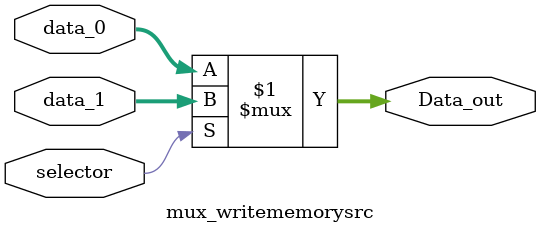
<source format=v>
module mux_writememorysrc (
    
    input wire    selector,   
    input wire    [31:0] data_0,    
    input wire    [31:0] data_1, 
    output wire   [31:0] Data_out
);
    assign Data_out = (selector) ? data_1 : data_0;
    
    
endmodule

</source>
